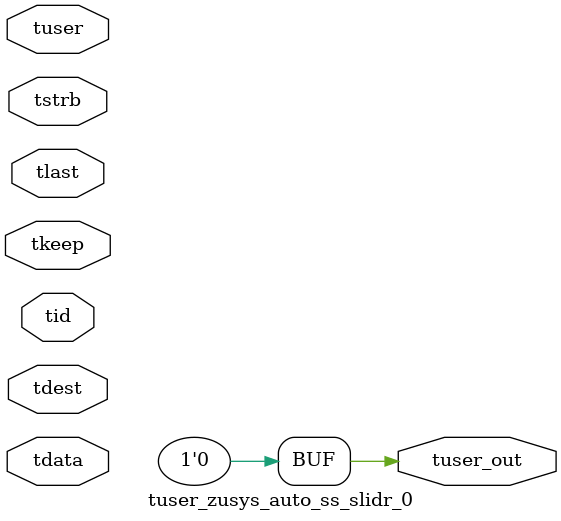
<source format=v>


`timescale 1ps/1ps

module tuser_zusys_auto_ss_slidr_0 #
(
parameter C_S_AXIS_TUSER_WIDTH = 1,
parameter C_S_AXIS_TDATA_WIDTH = 32,
parameter C_S_AXIS_TID_WIDTH   = 0,
parameter C_S_AXIS_TDEST_WIDTH = 0,
parameter C_M_AXIS_TUSER_WIDTH = 1
)
(
input  [(C_S_AXIS_TUSER_WIDTH == 0 ? 1 : C_S_AXIS_TUSER_WIDTH)-1:0     ] tuser,
input  [(C_S_AXIS_TDATA_WIDTH == 0 ? 1 : C_S_AXIS_TDATA_WIDTH)-1:0     ] tdata,
input  [(C_S_AXIS_TID_WIDTH   == 0 ? 1 : C_S_AXIS_TID_WIDTH)-1:0       ] tid,
input  [(C_S_AXIS_TDEST_WIDTH == 0 ? 1 : C_S_AXIS_TDEST_WIDTH)-1:0     ] tdest,
input  [(C_S_AXIS_TDATA_WIDTH/8)-1:0 ] tkeep,
input  [(C_S_AXIS_TDATA_WIDTH/8)-1:0 ] tstrb,
input                                                                    tlast,
output [C_M_AXIS_TUSER_WIDTH-1:0] tuser_out
);

assign tuser_out = {1'b0};

endmodule


</source>
